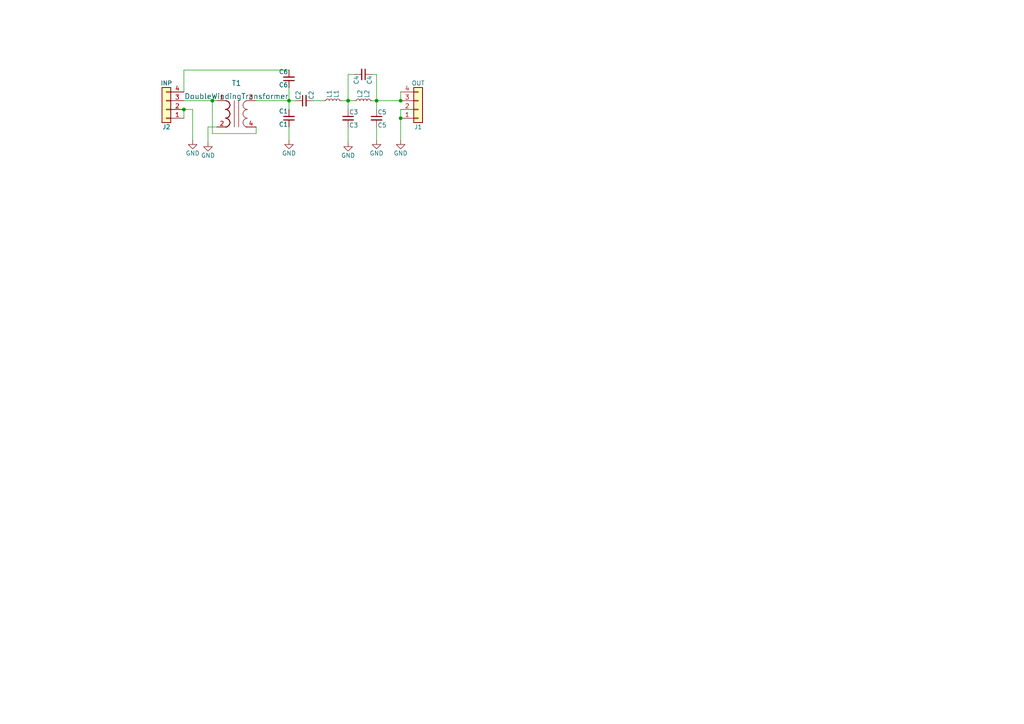
<source format=kicad_sch>
(kicad_sch (version 20211123) (generator eeschema)
  (paper "A4")
  (lib_symbols
    (symbol "LowPassFilter-rescue:C_Small" (pin_numbers hide) (pin_names (offset 0.254) hide)
      (property "Reference" "C" (at 0.254 1.778 0))
      (property "Value" "C_Small" (at 0.254 -2.032 0))
      (symbol "C_Small_0_1"
        (polyline (pts (xy -1.524 -0.508) (xy 1.524 -0.508)) (stroke (width 0.3302)))
        (polyline (pts (xy -1.524 0.508) (xy 1.524 0.508)) (stroke (width 0.3048)))
      )
      (symbol "C_Small_1_1"
        (pin passive line (at 0 2.54 270) (length 2.032) (name "~") (number "1"))
        (pin passive line (at 0 -2.54 90) (length 2.032) (name "~") (number "2"))
      )
    )
    (symbol "LowPassFilter-rescue:Conn_01x04" (pin_names (offset 1.016) hide)
      (property "Reference" "J" (at 0 5.08 0))
      (property "Value" "Conn_01x04" (at 0 -7.62 0))
      (symbol "Conn_01x04_1_1"
        (rectangle (start -1.27 -4.953) (end 0 -5.207) (stroke (width 0.1524)))
        (rectangle (start -1.27 -2.413) (end 0 -2.667) (stroke (width 0.1524)))
        (rectangle (start -1.27 0.127) (end 0 -0.127) (stroke (width 0.1524)))
        (rectangle (start -1.27 2.667) (end 0 2.413) (stroke (width 0.1524)))
        (rectangle (start -1.27 3.81) (end 1.27 -6.35) (stroke (width 0.254)) (fill (type background)))
        (pin passive line (at -5.08 2.54 0) (length 3.81) (name "Pin_1") (number "1"))
        (pin passive line (at -5.08 0 0) (length 3.81) (name "Pin_2") (number "2"))
        (pin passive line (at -5.08 -2.54 0) (length 3.81) (name "Pin_3") (number "3"))
        (pin passive line (at -5.08 -5.08 0) (length 3.81) (name "Pin_4") (number "4"))
      )
    )
    (symbol "LowPassFilter-rescue:GND" (power) (pin_names (offset 0))
      (property "Value" "GND" (at 0 -3.81 0))
      (symbol "GND_0_1"
        (polyline (pts (xy 0 0) (xy 0 -1.27) (xy 1.27 -1.27) (xy 0 -2.54) (xy -1.27 -1.27) (xy 0 -1.27)))
      )
      (symbol "GND_1_1"
        (pin power_in line (at 0 0 270) (length 0) hide (name "GND") (number "1"))
      )
    )
    (symbol "LowPassFilter-rescue:L_Small" (pin_numbers hide) (pin_names (offset 0.254) hide)
      (property "Reference" "L" (at 0.762 1.016 0))
      (property "Value" "L_Small" (at 0.762 -1.016 0))
      (symbol "L_Small_0_1"
        (arc (start 0 -2.032) (mid 0.508 -1.524) (end 0 -1.016))
        (arc (start 0 -1.016) (mid 0.508 -0.508) (end 0 0))
        (arc (start 0 0) (mid 0.508 0.508) (end 0 1.016))
        (arc (start 0 1.016) (mid 0.508 1.524) (end 0 2.032))
      )
      (symbol "L_Small_1_1"
        (pin passive line (at 0 2.54 270) (length 0.508) (name "~") (number "1"))
        (pin passive line (at 0 -2.54 90) (length 0.508) (name "~") (number "2"))
      )
    )
    (symbol "doublewindingtransformer:DoubleWindingTransformer" (pin_names (offset 1.016))
      (property "Reference" "T" (at 0 5.08 0))
      (property "Value" "DoubleWindingTransformer" (at 0 -10.16 0))
      (symbol "DoubleWindingTransformer_0_1"
        (arc (start -3.81 -3.81) (mid -2.9212 -3.4366) (end -2.54 -2.54))
        (arc (start -3.81 -3.81) (mid -2.9212 -3.4366) (end -2.54 -2.54))
        (arc (start -3.81 -3.81) (mid -2.9212 -3.4366) (end -2.54 -2.54))
        (arc (start -3.81 -3.81) (mid -2.9212 -3.4366) (end -2.54 -2.54))
        (arc (start -3.81 -3.81) (mid -2.9212 -3.4366) (end -2.54 -2.54))
        (arc (start -3.81 -3.81) (mid -2.9212 -3.4366) (end -2.54 -2.54))
        (arc (start -3.81 -3.81) (mid -2.9212 -3.4366) (end -2.54 -2.54))
        (arc (start -3.81 -3.81) (mid -2.9212 -3.4366) (end -2.54 -2.54))
        (arc (start -3.81 -3.81) (mid -2.9212 -3.4366) (end -2.54 -2.54))
        (arc (start -3.81 -3.81) (mid -2.9212 -3.4366) (end -2.54 -2.54))
        (arc (start -3.81 -3.81) (mid -2.9212 -3.4366) (end -2.54 -2.54))
        (arc (start -3.81 -3.81) (mid -2.9212 -3.4366) (end -2.54 -2.54))
        (arc (start -3.81 -3.81) (mid -2.9212 -3.4366) (end -2.54 -2.54))
        (arc (start -3.81 -3.81) (mid -2.9212 -3.4366) (end -2.54 -2.54))
        (arc (start -3.81 -3.81) (mid -2.9212 -3.4366) (end -2.54 -2.54))
        (arc (start -3.81 -3.81) (mid -2.9212 -3.4366) (end -2.54 -2.54))
        (arc (start -3.81 -1.27) (mid -2.9212 -0.8966) (end -2.54 0))
        (arc (start -3.81 -1.27) (mid -2.9212 -0.8966) (end -2.54 0))
        (arc (start -3.81 -1.27) (mid -2.9212 -0.8966) (end -2.54 0))
        (arc (start -3.81 -1.27) (mid -2.9212 -0.8966) (end -2.54 0))
        (arc (start -3.81 -1.27) (mid -2.9212 -0.8966) (end -2.54 0))
        (arc (start -3.81 -1.27) (mid -2.9212 -0.8966) (end -2.54 0))
        (arc (start -3.81 -1.27) (mid -2.9212 -0.8966) (end -2.54 0))
        (arc (start -3.81 -1.27) (mid -2.9212 -0.8966) (end -2.54 0))
        (arc (start -3.81 -1.27) (mid -2.9212 -0.8966) (end -2.54 0))
        (arc (start -3.81 -1.27) (mid -2.9212 -0.8966) (end -2.54 0))
        (arc (start -3.81 -1.27) (mid -2.9212 -0.8966) (end -2.54 0))
        (arc (start -3.81 -1.27) (mid -2.9212 -0.8966) (end -2.54 0))
        (arc (start -3.81 -1.27) (mid -2.9212 -0.8966) (end -2.54 0))
        (arc (start -3.81 -1.27) (mid -2.9212 -0.8966) (end -2.54 0))
        (arc (start -3.81 -1.27) (mid -2.9212 -0.8966) (end -2.54 0))
        (arc (start -3.81 -1.27) (mid -2.9212 -0.8966) (end -2.54 0))
        (arc (start -3.81 1.27) (mid -2.9212 1.6434) (end -2.54 2.54))
        (arc (start -3.81 1.27) (mid -2.9212 1.6434) (end -2.54 2.54))
        (arc (start -3.81 1.27) (mid -2.9212 1.6434) (end -2.54 2.54))
        (arc (start -3.81 1.27) (mid -2.9212 1.6434) (end -2.54 2.54))
        (arc (start -3.81 1.27) (mid -2.9212 1.6434) (end -2.54 2.54))
        (arc (start -3.81 1.27) (mid -2.9212 1.6434) (end -2.54 2.54))
        (arc (start -3.81 1.27) (mid -2.9212 1.6434) (end -2.54 2.54))
        (arc (start -3.81 1.27) (mid -2.9212 1.6434) (end -2.54 2.54))
        (arc (start -3.81 1.27) (mid -2.9212 1.6434) (end -2.54 2.54))
        (arc (start -3.81 1.27) (mid -2.9212 1.6434) (end -2.54 2.54))
        (arc (start -3.81 1.27) (mid -2.9212 1.6434) (end -2.54 2.54))
        (arc (start -3.81 1.27) (mid -2.9212 1.6434) (end -2.54 2.54))
        (arc (start -3.81 1.27) (mid -2.9212 1.6434) (end -2.54 2.54))
        (arc (start -3.81 1.27) (mid -2.9212 1.6434) (end -2.54 2.54))
        (arc (start -3.81 1.27) (mid -2.9212 1.6434) (end -2.54 2.54))
        (arc (start -3.81 1.27) (mid -2.9212 1.6434) (end -2.54 2.54))
        (arc (start -2.54 -2.54) (mid -2.9134 -1.6512) (end -3.81 -1.27))
        (arc (start -2.54 -2.54) (mid -2.9134 -1.6512) (end -3.81 -1.27))
        (arc (start -2.54 -2.54) (mid -2.9134 -1.6512) (end -3.81 -1.27))
        (arc (start -2.54 -2.54) (mid -2.9134 -1.6512) (end -3.81 -1.27))
        (arc (start -2.54 -2.54) (mid -2.9134 -1.6512) (end -3.81 -1.27))
        (arc (start -2.54 -2.54) (mid -2.9134 -1.6512) (end -3.81 -1.27))
        (arc (start -2.54 -2.54) (mid -2.9134 -1.6512) (end -3.81 -1.27))
        (arc (start -2.54 -2.54) (mid -2.9134 -1.6512) (end -3.81 -1.27))
        (arc (start -2.54 -2.54) (mid -2.9134 -1.6512) (end -3.81 -1.27))
        (arc (start -2.54 -2.54) (mid -2.9134 -1.6512) (end -3.81 -1.27))
        (arc (start -2.54 -2.54) (mid -2.9134 -1.6512) (end -3.81 -1.27))
        (arc (start -2.54 -2.54) (mid -2.9134 -1.6512) (end -3.81 -1.27))
        (arc (start -2.54 -2.54) (mid -2.9134 -1.6512) (end -3.81 -1.27))
        (arc (start -2.54 -2.54) (mid -2.9134 -1.6512) (end -3.81 -1.27))
        (arc (start -2.54 -2.54) (mid -2.9134 -1.6512) (end -3.81 -1.27))
        (arc (start -2.54 -2.54) (mid -2.9134 -1.6512) (end -3.81 -1.27))
        (arc (start -2.54 0) (mid -2.9134 0.8888) (end -3.81 1.27))
        (arc (start -2.54 0) (mid -2.9134 0.8888) (end -3.81 1.27))
        (arc (start -2.54 0) (mid -2.9134 0.8888) (end -3.81 1.27))
        (arc (start -2.54 0) (mid -2.9134 0.8888) (end -3.81 1.27))
        (arc (start -2.54 0) (mid -2.9134 0.8888) (end -3.81 1.27))
        (arc (start -2.54 0) (mid -2.9134 0.8888) (end -3.81 1.27))
        (arc (start -2.54 0) (mid -2.9134 0.8888) (end -3.81 1.27))
        (arc (start -2.54 0) (mid -2.9134 0.8888) (end -3.81 1.27))
        (arc (start -2.54 0) (mid -2.9134 0.8888) (end -3.81 1.27))
        (arc (start -2.54 0) (mid -2.9134 0.8888) (end -3.81 1.27))
        (arc (start -2.54 0) (mid -2.9134 0.8888) (end -3.81 1.27))
        (arc (start -2.54 0) (mid -2.9134 0.8888) (end -3.81 1.27))
        (arc (start -2.54 0) (mid -2.9134 0.8888) (end -3.81 1.27))
        (arc (start -2.54 0) (mid -2.9134 0.8888) (end -3.81 1.27))
        (arc (start -2.54 0) (mid -2.9134 0.8888) (end -3.81 1.27))
        (arc (start -2.54 0) (mid -2.9134 0.8888) (end -3.81 1.27))
        (arc (start -2.54 2.54) (mid -2.9134 3.4288) (end -3.81 3.81))
        (arc (start -2.54 2.54) (mid -2.9134 3.4288) (end -3.81 3.81))
        (arc (start -2.54 2.54) (mid -2.9134 3.4288) (end -3.81 3.81))
        (arc (start -2.54 2.54) (mid -2.9134 3.4288) (end -3.81 3.81))
        (arc (start -2.54 2.54) (mid -2.9134 3.4288) (end -3.81 3.81))
        (arc (start -2.54 2.54) (mid -2.9134 3.4288) (end -3.81 3.81))
        (arc (start -2.54 2.54) (mid -2.9134 3.4288) (end -3.81 3.81))
        (arc (start -2.54 2.54) (mid -2.9134 3.4288) (end -3.81 3.81))
        (arc (start -2.54 2.54) (mid -2.9134 3.4288) (end -3.81 3.81))
        (arc (start -2.54 2.54) (mid -2.9134 3.4288) (end -3.81 3.81))
        (arc (start -2.54 2.54) (mid -2.9134 3.4288) (end -3.81 3.81))
        (arc (start -2.54 2.54) (mid -2.9134 3.4288) (end -3.81 3.81))
        (arc (start -2.54 2.54) (mid -2.9134 3.4288) (end -3.81 3.81))
        (arc (start -2.54 2.54) (mid -2.9134 3.4288) (end -3.81 3.81))
        (arc (start -2.54 2.54) (mid -2.9134 3.4288) (end -3.81 3.81))
        (arc (start -2.54 2.54) (mid -2.9134 3.4288) (end -3.81 3.81))
        (polyline (pts (xy -1.27 3.81) (xy -1.27 -3.81)))
        (polyline (pts (xy 0 -3.81) (xy 0 3.81)))
        (arc (start 1.27 -2.54) (mid 1.6434 -3.4288) (end 2.54 -3.81))
        (arc (start 1.27 0) (mid 1.6434 -0.8888) (end 2.54 -1.27))
        (arc (start 1.27 2.54) (mid 1.6434 1.6512) (end 2.54 1.27))
        (arc (start 2.54 -1.27) (mid 1.6512 -1.6434) (end 1.27 -2.54))
        (arc (start 2.54 1.27) (mid 1.6512 0.8966) (end 1.27 0))
        (arc (start 2.54 3.81) (mid 1.6512 3.4366) (end 1.27 2.54))
      )
      (symbol "DoubleWindingTransformer_1_1"
        (pin passive line (at -6.35 3.81 0) (length 2.9972) (name "~") (number "1"))
        (pin passive line (at -6.35 -3.81 0) (length 2.9972) (name "~") (number "2"))
        (pin passive line (at 5.08 3.81 180) (length 2.9972) (name "~") (number "3"))
        (pin passive line (at 5.08 -3.81 180) (length 2.9972) (name "~") (number "4"))
      )
    )
  )
  (junction (at 61.595 29.21))
  (junction (at 116.205 29.21))
  (junction (at 116.205 34.29))
  (junction (at 100.965 29.21))
  (junction (at 53.34 31.75))
  (junction (at 83.82 29.21))
  (junction (at 109.22 29.21))
  (wire (pts (xy 116.205 29.21) (xy 116.205 26.67)))
  (wire (pts (xy 100.965 29.21) (xy 102.87 29.21)))
  (wire (pts (xy 109.22 40.64) (xy 109.22 36.83)))
  (wire (pts (xy 100.965 36.83) (xy 100.965 41.275)))
  (wire (pts (xy 60.325 41.275) (xy 60.325 36.83)))
  (wire (pts (xy 83.82 29.21) (xy 83.82 31.75)))
  (wire (pts (xy 116.205 31.75) (xy 116.205 34.29)))
  (wire (pts (xy 116.205 34.29) (xy 116.205 40.64)))
  (wire (pts (xy 90.805 29.21) (xy 93.98 29.21)))
  (wire (pts (xy 99.06 29.21) (xy 100.965 29.21)))
  (wire (pts (xy 61.595 29.21) (xy 62.865 29.21)))
  (wire (pts (xy 83.82 29.21) (xy 85.725 29.21)))
  (wire (pts (xy 83.82 25.4) (xy 83.82 29.21)))
  (wire (pts (xy 61.595 38.735) (xy 74.295 38.735)))
  (wire (pts (xy 107.95 29.21) (xy 109.22 29.21)))
  (wire (pts (xy 55.88 40.64) (xy 55.88 31.75)))
  (wire (pts (xy 74.295 38.735) (xy 74.295 36.83)))
  (wire (pts (xy 100.965 31.75) (xy 100.965 29.21)))
  (wire (pts (xy 100.965 21.59) (xy 102.87 21.59)))
  (wire (pts (xy 109.22 21.59) (xy 109.22 29.21)))
  (wire (pts (xy 53.34 31.75) (xy 53.34 34.29)))
  (wire (pts (xy 55.88 31.75) (xy 53.34 31.75)))
  (wire (pts (xy 109.22 29.21) (xy 116.205 29.21)))
  (wire (pts (xy 53.34 29.21) (xy 61.595 29.21)))
  (wire (pts (xy 109.22 31.75) (xy 109.22 29.21)))
  (wire (pts (xy 61.595 29.21) (xy 61.595 38.735)))
  (wire (pts (xy 60.325 36.83) (xy 62.865 36.83)))
  (wire (pts (xy 74.295 29.21) (xy 83.82 29.21)))
  (wire (pts (xy 83.82 40.64) (xy 83.82 36.83)))
  (wire (pts (xy 53.34 26.67) (xy 53.34 20.32)))
  (wire (pts (xy 109.22 21.59) (xy 107.95 21.59)))
  (wire (pts (xy 53.34 20.32) (xy 83.82 20.32)))
  (wire (pts (xy 100.965 29.21) (xy 100.965 21.59)))
  (symbol (lib_id "LowPassFilter-rescue:GND") (at 55.88 40.64 0) (unit 1)
    (property "Reference" "#PWR01" (effects hide))
    (property "Value" "GND" (at 55.88 44.45 0))
  )
  (symbol (lib_id "LowPassFilter-rescue:GND") (at 116.205 40.64 0) (unit 1)
    (property "Reference" "#PWR024" (effects hide))
    (property "Value" "GND" (at 116.205 44.45 0))
  )
  (symbol (lib_id "LowPassFilter-rescue:C_Small") (at 83.82 34.29 180) (unit 1)
    (property "Reference" "C1" (at 83.566 36.068 0) (effects (justify left)))
    (property "Value" "C1" (at 83.566 32.258 0) (effects (justify left)))
    (property "Footprint" "LowPassFilter:C_Disc_D5.0mm_W2.5mm_P5.00mm_Dual" (effects hide))
  )
  (symbol (lib_id "LowPassFilter-rescue:GND") (at 83.82 40.64 0) (unit 1)
    (property "Reference" "#PWR06" (effects hide))
    (property "Value" "GND" (at 83.82 44.45 0))
  )
  (symbol (lib_id "LowPassFilter-rescue:L_Small") (at 96.52 29.21 90) (unit 1)
    (property "Reference" "L1" (at 95.504 28.448 0) (effects (justify left)))
    (property "Value" "L1" (at 97.536 28.448 0) (effects (justify left)))
    (property "Footprint" "LowPassFilter:L_Toroid_Horizontal_D12.7mm_Compact" (effects hide))
  )
  (symbol (lib_id "LowPassFilter-rescue:C_Small") (at 88.265 29.21 90) (unit 1)
    (property "Reference" "C2" (at 86.487 28.956 0) (effects (justify left)))
    (property "Value" "C2" (at 90.297 28.956 0) (effects (justify left)))
    (property "Footprint" "LowPassFilter:C_Disc_D5.0mm_W2.5mm_P5.00mm_Dual" (effects hide))
  )
  (symbol (lib_id "LowPassFilter-rescue:C_Small") (at 100.965 34.29 0) (unit 1)
    (property "Reference" "C3" (at 101.219 32.512 0) (effects (justify left)))
    (property "Value" "C3" (at 101.219 36.322 0) (effects (justify left)))
    (property "Footprint" "LowPassFilter:C_Disc_D5.0mm_W2.5mm_P5.00mm_Dual" (effects hide))
  )
  (symbol (lib_id "LowPassFilter-rescue:C_Small") (at 105.41 21.59 270) (unit 1)
    (property "Reference" "C4" (at 107.188 21.844 0) (effects (justify left)))
    (property "Value" "C4" (at 103.378 21.844 0) (effects (justify left)))
    (property "Footprint" "LowPassFilter:C_Disc_D5.0mm_W2.5mm_P5.00mm_Dual" (effects hide))
  )
  (symbol (lib_id "LowPassFilter-rescue:GND") (at 109.22 40.64 0) (unit 1)
    (property "Reference" "#PWR015" (effects hide))
    (property "Value" "GND" (at 109.22 44.45 0))
  )
  (symbol (lib_id "LowPassFilter-rescue:C_Small") (at 83.82 22.86 180) (unit 1)
    (property "Reference" "C6" (at 83.566 24.638 0) (effects (justify left)))
    (property "Value" "C6" (at 83.566 20.828 0) (effects (justify left)))
    (property "Footprint" "LowPassFilter:C_Disc_D5.0mm_W2.5mm_P5.00mm_Dual" (effects hide))
  )
  (symbol (lib_id "LowPassFilter-rescue:C_Small") (at 109.22 34.29 0) (unit 1)
    (property "Reference" "C5" (at 109.474 32.512 0) (effects (justify left)))
    (property "Value" "C5" (at 109.474 36.322 0) (effects (justify left)))
    (property "Footprint" "LowPassFilter:C_Disc_D5.0mm_W2.5mm_P5.00mm_Dual" (effects hide))
  )
  (symbol (lib_id "LowPassFilter-rescue:L_Small") (at 105.41 29.21 90) (unit 1)
    (property "Reference" "L2" (at 104.394 28.448 0) (effects (justify left)))
    (property "Value" "L2" (at 106.426 28.448 0) (effects (justify left)))
    (property "Footprint" "LowPassFilter:L_Toroid_Horizontal_D12.7mm_Compact" (effects hide))
  )
  (symbol (lib_id "LowPassFilter-rescue:Conn_01x04") (at 121.285 31.75 0) (mirror x) (unit 1)
    (property "Reference" "J1" (at 121.285 36.83 0))
    (property "Value" "OUT" (at 121.285 24.13 0))
    (property "Footprint" "Pin_Headers:Pin_Header_Straight_1x04_Pitch2.54mm" (effects hide))
  )
  (symbol (lib_id "LowPassFilter-rescue:Conn_01x04") (at 48.26 31.75 180) (unit 1)
    (property "Reference" "J2" (at 48.26 36.83 0))
    (property "Value" "INP" (at 48.26 24.13 0))
    (property "Footprint" "Pin_Headers:Pin_Header_Straight_1x04_Pitch2.54mm" (effects hide))
  )
  (symbol (lib_id "LowPassFilter-rescue:GND") (at 60.325 41.275 0) (unit 1)
    (property "Reference" "#PWR0102" (effects hide))
    (property "Value" "GND" (at 60.325 45.085 0))
  )
  (symbol (lib_id "LowPassFilter-rescue:GND") (at 100.965 41.275 0) (unit 1)
    (property "Reference" "#PWR0101" (effects hide))
    (property "Value" "GND" (at 100.965 45.085 0))
  )
  (symbol (lib_id "doublewindingtransformer:DoubleWindingTransformer") (at 69.215 33.02 0) (unit 1)
    (property "Reference" "T1" (at 68.58 24.13 0) (effects (font (size 1.524 1.524))))
    (property "Value" "DoubleWindingTransformer" (at 68.58 27.94 0) (effects (font (size 1.524 1.524))))
    (property "Footprint" "LowPassFilter:DoubleWindingTransformerHorizontal" (effects hide))
  )
)
</source>
